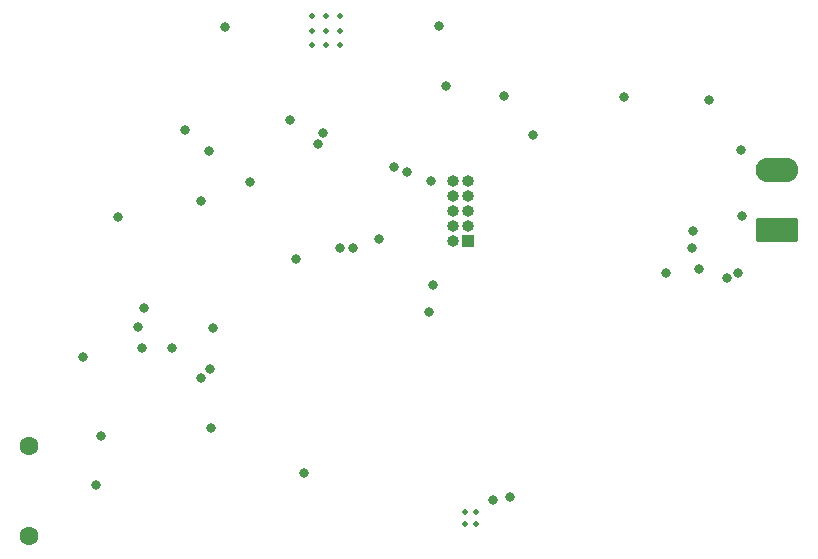
<source format=gbr>
%TF.GenerationSoftware,KiCad,Pcbnew,(6.0.6)*%
%TF.CreationDate,2022-08-28T11:43:10+01:00*%
%TF.ProjectId,task,7461736b-2e6b-4696-9361-645f70636258,rev?*%
%TF.SameCoordinates,Original*%
%TF.FileFunction,Copper,L2,Inr*%
%TF.FilePolarity,Positive*%
%FSLAX46Y46*%
G04 Gerber Fmt 4.6, Leading zero omitted, Abs format (unit mm)*
G04 Created by KiCad (PCBNEW (6.0.6)) date 2022-08-28 11:43:10*
%MOMM*%
%LPD*%
G01*
G04 APERTURE LIST*
G04 Aperture macros list*
%AMRoundRect*
0 Rectangle with rounded corners*
0 $1 Rounding radius*
0 $2 $3 $4 $5 $6 $7 $8 $9 X,Y pos of 4 corners*
0 Add a 4 corners polygon primitive as box body*
4,1,4,$2,$3,$4,$5,$6,$7,$8,$9,$2,$3,0*
0 Add four circle primitives for the rounded corners*
1,1,$1+$1,$2,$3*
1,1,$1+$1,$4,$5*
1,1,$1+$1,$6,$7*
1,1,$1+$1,$8,$9*
0 Add four rect primitives between the rounded corners*
20,1,$1+$1,$2,$3,$4,$5,0*
20,1,$1+$1,$4,$5,$6,$7,0*
20,1,$1+$1,$6,$7,$8,$9,0*
20,1,$1+$1,$8,$9,$2,$3,0*%
G04 Aperture macros list end*
%TA.AperFunction,ComponentPad*%
%ADD10C,0.500000*%
%TD*%
%TA.AperFunction,ComponentPad*%
%ADD11C,1.600000*%
%TD*%
%TA.AperFunction,ComponentPad*%
%ADD12R,1.000000X1.000000*%
%TD*%
%TA.AperFunction,ComponentPad*%
%ADD13O,1.000000X1.000000*%
%TD*%
%TA.AperFunction,ComponentPad*%
%ADD14RoundRect,0.249999X1.550001X-0.790001X1.550001X0.790001X-1.550001X0.790001X-1.550001X-0.790001X0*%
%TD*%
%TA.AperFunction,ComponentPad*%
%ADD15O,3.600000X2.080000*%
%TD*%
%TA.AperFunction,ComponentPad*%
%ADD16C,0.499999*%
%TD*%
%TA.AperFunction,ViaPad*%
%ADD17C,0.800000*%
%TD*%
G04 APERTURE END LIST*
D10*
%TO.N,GND*%
%TO.C,U3*%
X158026550Y-95585000D03*
X156826550Y-95585000D03*
X159226550Y-95585000D03*
X156826550Y-94385000D03*
X158026550Y-94385000D03*
X159226550Y-94385000D03*
X156826550Y-96785000D03*
X158026550Y-96785000D03*
X159226550Y-96785000D03*
%TD*%
D11*
%TO.N,PA0*%
%TO.C,R6*%
X132900000Y-130800000D03*
%TO.N,GND*%
X132900000Y-138400000D03*
%TD*%
D12*
%TO.N,VDD*%
%TO.C,J2*%
X170110000Y-113420000D03*
D13*
%TO.N,SWDIO*%
X168840000Y-113420000D03*
%TO.N,GND*%
X170110000Y-112150000D03*
%TO.N,SWDCLK*%
X168840000Y-112150000D03*
%TO.N,GND*%
X170110000Y-110880000D03*
%TO.N,unconnected-(J2-Pad6)*%
X168840000Y-110880000D03*
%TO.N,unconnected-(J2-Pad7)*%
X170110000Y-109610000D03*
%TO.N,unconnected-(J2-Pad8)*%
X168840000Y-109610000D03*
%TO.N,Net-(J2-Pad9)*%
X170110000Y-108340000D03*
%TO.N,Net-(J2-Pad10)*%
X168840000Y-108340000D03*
%TD*%
D14*
%TO.N,GND*%
%TO.C,J1*%
X196272500Y-112440000D03*
D15*
%TO.N,+12V*%
X196272500Y-107360000D03*
%TD*%
D16*
%TO.N,unconnected-(U2-Pad7)*%
%TO.C,U2*%
X169790000Y-137359999D03*
X170789998Y-137359999D03*
X170789998Y-136359998D03*
X169790000Y-136359998D03*
%TD*%
D17*
%TO.N,GND*%
X193200000Y-105700000D03*
X193300000Y-111300000D03*
%TO.N,NRST*%
X137500000Y-123235500D03*
X147500000Y-125000000D03*
%TO.N,Net-(C8-Pad1)*%
X142600000Y-119100000D03*
X142100000Y-120709500D03*
%TO.N,Net-(Cb1-Pad2)*%
X192915292Y-116098447D03*
X186800000Y-116100000D03*
%TO.N,Net-(Cb2-Pad2)*%
X183300000Y-101200000D03*
X173100000Y-101100000D03*
%TO.N,+12V*%
X192000000Y-116500000D03*
X189100000Y-112530500D03*
X189000000Y-113979500D03*
X189600000Y-115800000D03*
%TO.N,+5V*%
X138600000Y-134100000D03*
X175600000Y-104400000D03*
X190500000Y-101500000D03*
%TO.N,SWDIO*%
X166800000Y-119400000D03*
X167100000Y-117100000D03*
%TO.N,Net-(J2-Pad10)*%
X166900000Y-108300000D03*
X147500000Y-110000000D03*
%TO.N,SCL*%
X173624500Y-135100000D03*
X172175500Y-135300000D03*
%TO.N,PA0*%
X139000000Y-129900000D03*
X148342299Y-129242299D03*
%TO.N,Net-(U1-Pad13)*%
X148500000Y-120800000D03*
X148260667Y-124275500D03*
%TO.N,Chip_EN*%
X155495500Y-114900000D03*
X140443950Y-111343950D03*
%TO.N,Net-(Re1-Pad2)*%
X148187701Y-105787701D03*
X157381617Y-105207723D03*
%TO.N,Net-(Rr1-Pad1)*%
X167600000Y-95200000D03*
X163800000Y-107100000D03*
%TO.N,Reset_n*%
X162500000Y-113200000D03*
X160357253Y-113981753D03*
%TO.N,SPI_SSN*%
X149500000Y-95300000D03*
X156200000Y-133075500D03*
%TO.N,WAKE*%
X159200000Y-114000000D03*
X146100000Y-104000000D03*
%TO.N,GPIO_6*%
X168224500Y-100300000D03*
X164925500Y-107575500D03*
%TO.N,VDD*%
X145000000Y-122500000D03*
X142500000Y-122500000D03*
X151600000Y-108400000D03*
X155000000Y-103200000D03*
X157800000Y-104300000D03*
%TD*%
M02*

</source>
